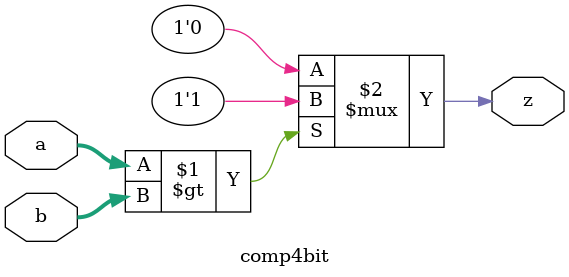
<source format=v>
`timescale 1ns / 1ps


module comp4bit(
        a,
        b,
        z

    );
    input [3:0] a;
    input [3:0] b;
    output z;
    assign z = (a>b)?1'b1:1'b0; 
endmodule

</source>
